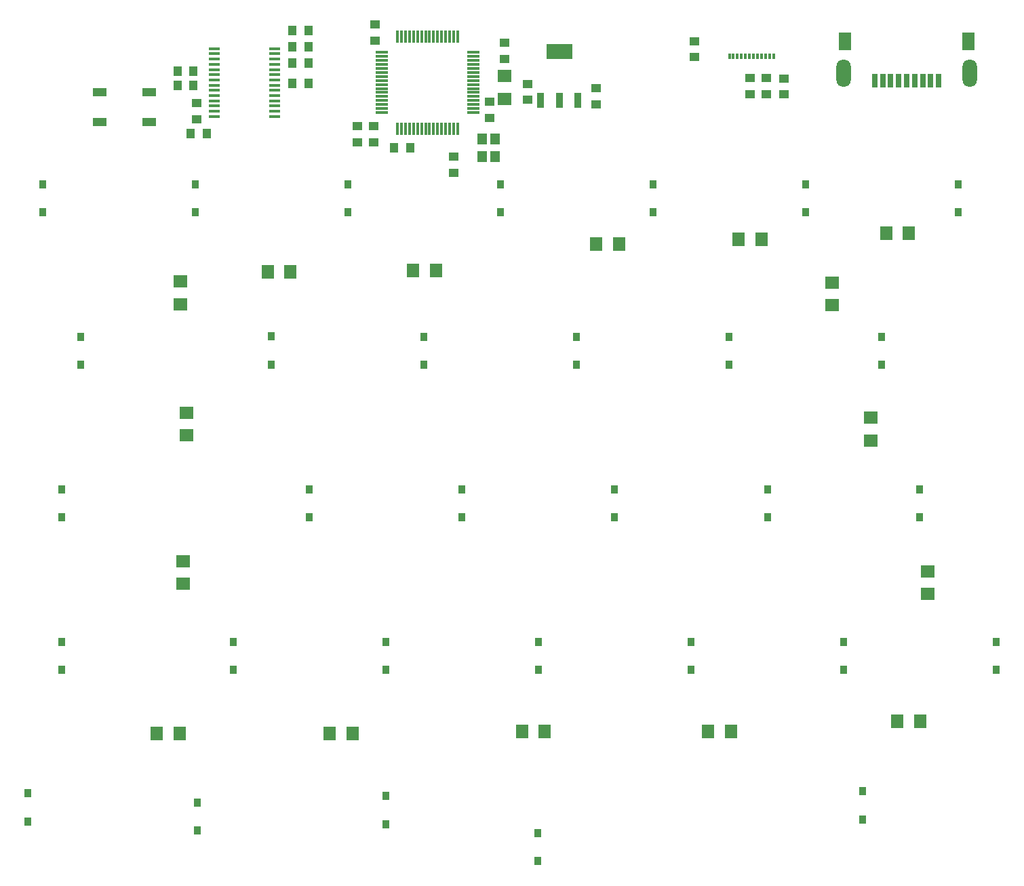
<source format=gbr>
G04 #@! TF.FileFunction,Paste,Bot*
%FSLAX46Y46*%
G04 Gerber Fmt 4.6, Leading zero omitted, Abs format (unit mm)*
G04 Created by KiCad (PCBNEW 4.0.1-stable) date 2/1/2016 10:13:23 PM*
%MOMM*%
G01*
G04 APERTURE LIST*
%ADD10C,0.150000*%
%ADD11R,1.000000X1.250000*%
%ADD12R,1.250000X1.000000*%
%ADD13R,0.850900X1.000760*%
%ADD14R,1.800000X1.100000*%
%ADD15R,1.800860X1.597660*%
%ADD16R,1.430000X0.400000*%
%ADD17R,0.300000X1.500000*%
%ADD18R,1.500000X0.300000*%
%ADD19R,1.200000X1.400000*%
%ADD20R,1.597660X1.800860*%
%ADD21O,1.800000X3.500000*%
%ADD22R,0.700000X1.800000*%
%ADD23R,1.640000X2.200000*%
%ADD24R,0.300000X0.700000*%
%ADD25R,0.950000X1.900000*%
%ADD26R,3.250000X1.900000*%
G04 APERTURE END LIST*
D10*
D11*
X47974000Y-36703000D03*
X45974000Y-36703000D03*
D12*
X96570800Y-33054800D03*
X96570800Y-31054800D03*
D11*
X58690000Y-23876000D03*
X60690000Y-23876000D03*
D12*
X85217000Y-27416000D03*
X85217000Y-25416000D03*
D13*
X103696000Y-43078400D03*
X103696000Y-46578520D03*
D14*
X34619000Y-35301800D03*
X34619000Y-31601800D03*
X40819000Y-35301800D03*
X40819000Y-31601800D03*
D15*
X126111000Y-55349140D03*
X126111000Y-58188860D03*
D16*
X56500000Y-26128000D03*
X56500000Y-26778000D03*
X56500000Y-27428000D03*
X56500000Y-28078000D03*
X56500000Y-28728000D03*
X56500000Y-29378000D03*
X56500000Y-30028000D03*
X56500000Y-30678000D03*
X56500000Y-31328000D03*
X56500000Y-31978000D03*
X56500000Y-32628000D03*
X56500000Y-33278000D03*
X56500000Y-33928000D03*
X56500000Y-34578000D03*
X48910000Y-34578000D03*
X48910000Y-33928000D03*
X48910000Y-33278000D03*
X48910000Y-32628000D03*
X48910000Y-31978000D03*
X48910000Y-31328000D03*
X48910000Y-30678000D03*
X48910000Y-30028000D03*
X48910000Y-29378000D03*
X48910000Y-28728000D03*
X48910000Y-28078000D03*
X48910000Y-27428000D03*
X48910000Y-26778000D03*
X48910000Y-26128000D03*
D17*
X71815000Y-24603000D03*
X72315000Y-24603000D03*
X72815000Y-24603000D03*
X73315000Y-24603000D03*
X73815000Y-24603000D03*
X74315000Y-24603000D03*
X74815000Y-24603000D03*
X75315000Y-24603000D03*
X75815000Y-24603000D03*
X76315000Y-24603000D03*
X76815000Y-24603000D03*
X77315000Y-24603000D03*
X77815000Y-24603000D03*
X78315000Y-24603000D03*
X78815000Y-24603000D03*
X79315000Y-24603000D03*
D18*
X81315000Y-26603000D03*
X81315000Y-27103000D03*
X81315000Y-27603000D03*
X81315000Y-28103000D03*
X81315000Y-28603000D03*
X81315000Y-29103000D03*
X81315000Y-29603000D03*
X81315000Y-30103000D03*
X81315000Y-30603000D03*
X81315000Y-31103000D03*
X81315000Y-31603000D03*
X81315000Y-32103000D03*
X81315000Y-32603000D03*
X81315000Y-33103000D03*
X81315000Y-33603000D03*
X81315000Y-34103000D03*
D17*
X79315000Y-36103000D03*
X78815000Y-36103000D03*
X78315000Y-36103000D03*
X77815000Y-36103000D03*
X77315000Y-36103000D03*
X76815000Y-36103000D03*
X76315000Y-36103000D03*
X75815000Y-36103000D03*
X75315000Y-36103000D03*
X74815000Y-36103000D03*
X74315000Y-36103000D03*
X73815000Y-36103000D03*
X73315000Y-36103000D03*
X72815000Y-36103000D03*
X72315000Y-36103000D03*
X71815000Y-36103000D03*
D18*
X69815000Y-34103000D03*
X69815000Y-33603000D03*
X69815000Y-33103000D03*
X69815000Y-32603000D03*
X69815000Y-32103000D03*
X69815000Y-31603000D03*
X69815000Y-31103000D03*
X69815000Y-30603000D03*
X69815000Y-30103000D03*
X69815000Y-29603000D03*
X69815000Y-29103000D03*
X69815000Y-28603000D03*
X69815000Y-28103000D03*
X69815000Y-27603000D03*
X69815000Y-27103000D03*
X69815000Y-26603000D03*
D19*
X82385000Y-39581000D03*
X83985000Y-39581000D03*
X83985000Y-37381000D03*
X82385000Y-37381000D03*
D13*
X29877000Y-81178400D03*
X29877000Y-84678520D03*
X60834000Y-81178400D03*
X60834000Y-84678520D03*
X79884000Y-81178400D03*
X79884000Y-84678520D03*
X98934000Y-81178400D03*
X98934000Y-84678520D03*
X118000000Y-81178400D03*
X118000000Y-84678520D03*
X137033000Y-81178400D03*
X137033000Y-84678520D03*
X32260000Y-62128400D03*
X32260000Y-65628520D03*
X56071000Y-62058400D03*
X56071000Y-65558520D03*
X75121000Y-62128400D03*
X75121000Y-65628520D03*
X113221000Y-62128400D03*
X113221000Y-65628520D03*
X132267000Y-62128400D03*
X132267000Y-65628520D03*
X27495500Y-43078400D03*
X27495500Y-46578520D03*
X46545500Y-43078400D03*
X46545500Y-46578520D03*
X122746000Y-43078400D03*
X122746000Y-46578520D03*
X84645500Y-43078400D03*
X84645500Y-46578520D03*
X65595500Y-43078400D03*
X65595500Y-46578520D03*
X94171000Y-62128400D03*
X94171000Y-65628520D03*
X25654000Y-119151400D03*
X25654000Y-122651520D03*
X46824900Y-120307100D03*
X46824900Y-123807220D03*
X70345300Y-119468900D03*
X70345300Y-122969020D03*
X89357200Y-124071380D03*
X89357200Y-127571500D03*
X129921000Y-118897400D03*
X129921000Y-122397520D03*
X141796000Y-43078400D03*
X141796000Y-46578520D03*
X29877000Y-100228400D03*
X29877000Y-103728520D03*
X51310000Y-100228400D03*
X51310000Y-103728520D03*
X70358000Y-100228400D03*
X70358000Y-103728520D03*
X89408000Y-100228400D03*
X89408000Y-103728520D03*
X108460000Y-100228400D03*
X108460000Y-103728520D03*
X127508000Y-100228400D03*
X127508000Y-103728520D03*
X146558000Y-100228400D03*
X146558000Y-103728520D03*
D15*
X85217000Y-32407860D03*
X85217000Y-29568140D03*
X130937000Y-72240140D03*
X130937000Y-75079860D03*
D20*
X113433860Y-111379000D03*
X110594140Y-111379000D03*
X137055860Y-110109000D03*
X134216140Y-110109000D03*
X44599860Y-111633000D03*
X41760140Y-111633000D03*
X66189860Y-111633000D03*
X63350140Y-111633000D03*
X90192860Y-111379000D03*
X87353140Y-111379000D03*
X76603860Y-53848000D03*
X73764140Y-53848000D03*
D15*
X138049000Y-91417140D03*
X138049000Y-94256860D03*
D20*
X117243860Y-49911000D03*
X114404140Y-49911000D03*
X58442860Y-53975000D03*
X55603140Y-53975000D03*
X135658860Y-49149000D03*
X132819140Y-49149000D03*
D15*
X45466000Y-71605140D03*
X45466000Y-74444860D03*
D20*
X99463860Y-50546000D03*
X96624140Y-50546000D03*
D15*
X45085000Y-92986860D03*
X45085000Y-90147140D03*
X44704000Y-55222140D03*
X44704000Y-58061860D03*
D12*
X83312000Y-32782000D03*
X83312000Y-34782000D03*
X88036400Y-32521400D03*
X88036400Y-30521400D03*
X68986400Y-23130000D03*
X68986400Y-25130000D03*
D11*
X60690000Y-25908000D03*
X58690000Y-25908000D03*
X58690000Y-30480000D03*
X60690000Y-30480000D03*
X60690000Y-27940000D03*
X58690000Y-27940000D03*
D12*
X117894100Y-29822900D03*
X117894100Y-31822900D03*
X120040400Y-29835600D03*
X120040400Y-31835600D03*
X78867000Y-39640000D03*
X78867000Y-41640000D03*
D11*
X73390000Y-38481000D03*
X71390000Y-38481000D03*
D12*
X66802000Y-35830000D03*
X66802000Y-37830000D03*
X68834000Y-35830000D03*
X68834000Y-37830000D03*
D11*
X44355000Y-28956000D03*
X46355000Y-28956000D03*
X44339000Y-30734000D03*
X46339000Y-30734000D03*
D12*
X46736000Y-34909000D03*
X46736000Y-32909000D03*
D21*
X143282000Y-29200000D03*
X127482000Y-29200000D03*
D22*
X135382000Y-30100000D03*
X136382000Y-30100000D03*
X137382000Y-30100000D03*
X138382000Y-30100000D03*
X139382000Y-30100000D03*
X134382000Y-30100000D03*
X133382000Y-30100000D03*
X132382000Y-30100000D03*
X131382000Y-30100000D03*
D23*
X143052000Y-25200000D03*
X127712000Y-25200000D03*
D12*
X115785900Y-31822900D03*
X115785900Y-29822900D03*
X108877100Y-25174700D03*
X108877100Y-27174700D03*
D24*
X118750000Y-27110000D03*
X118250000Y-27110000D03*
X117750000Y-27110000D03*
X117250000Y-27110000D03*
X116750000Y-27110000D03*
X116250000Y-27110000D03*
X115750000Y-27110000D03*
X115250000Y-27110000D03*
X114750000Y-27110000D03*
X114250000Y-27110000D03*
X113750000Y-27110000D03*
X113250000Y-27110000D03*
D25*
X91998800Y-32564800D03*
X89698800Y-32564800D03*
X94298800Y-32564800D03*
D26*
X91998800Y-26464800D03*
M02*

</source>
